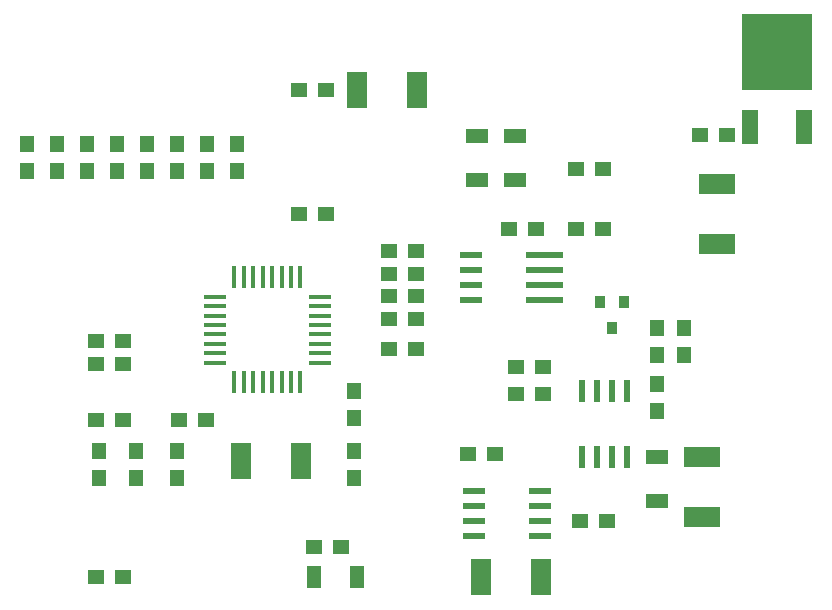
<source format=gbr>
%FSLAX23Y23*%
%MOIN*%
G04 EasyPC Gerber Version 14.0.2 Build 2922 *
%ADD145R,0.01200X0.07600*%
%ADD105R,0.02100X0.07600*%
%ADD148R,0.03600X0.04400*%
%ADD11R,0.05100X0.05600*%
%ADD147R,0.05100X0.07600*%
%ADD149R,0.05506X0.11411*%
%ADD107R,0.06600X0.12200*%
%ADD152R,0.23222X0.25191*%
%ADD146R,0.07600X0.01200*%
%ADD10R,0.07600X0.02100*%
%ADD12R,0.05600X0.05100*%
%ADD144R,0.07600X0.05100*%
%ADD106R,0.12200X0.06600*%
X0Y0D02*
D02*
D10*
X2544Y2903D03*
Y2953D03*
Y3003D03*
Y3053D03*
X2557Y2115D03*
Y2165D03*
Y2215D03*
Y2265D03*
X2764Y2903D03*
Y2953D03*
Y3003D03*
Y3053D03*
X2777Y2115D03*
Y2165D03*
Y2215D03*
Y2265D03*
X2817Y2903D03*
Y2953D03*
Y3003D03*
Y3053D03*
D02*
D11*
X1067Y3333D03*
Y3423D03*
X1167Y3333D03*
Y3423D03*
X1267Y3333D03*
Y3423D03*
X1304Y2308D03*
Y2398D03*
X1367Y3333D03*
Y3423D03*
X1429Y2308D03*
Y2398D03*
X1466Y3333D03*
Y3423D03*
X1566Y2308D03*
Y2398D03*
Y3333D03*
Y3423D03*
X1666Y3333D03*
Y3423D03*
X1766Y3333D03*
Y3423D03*
X2154Y2308D03*
Y2398D03*
Y2508D03*
Y2598D03*
X3167Y2533D03*
Y2623D03*
Y2720D03*
Y2810D03*
X3254Y2720D03*
Y2810D03*
D02*
D12*
X1297Y1978D03*
Y2503D03*
Y2690D03*
Y2765D03*
X1387Y1978D03*
Y2503D03*
Y2690D03*
Y2765D03*
X1572Y2503D03*
X1661D03*
X1972Y3190D03*
Y3603D03*
X2022Y2078D03*
X2062Y3190D03*
Y3603D03*
X2112Y2078D03*
X2272Y2740D03*
Y2840D03*
Y2915D03*
Y2990D03*
Y3065D03*
X2362Y2740D03*
Y2840D03*
Y2915D03*
Y2990D03*
Y3065D03*
X2534Y2390D03*
X2624D03*
X2672Y3140D03*
X2697Y2590D03*
Y2678D03*
X2762Y3140D03*
X2787Y2590D03*
Y2678D03*
X2897Y3140D03*
Y3340D03*
X2909Y2165D03*
X2987Y3140D03*
Y3340D03*
X2999Y2165D03*
X3309Y3453D03*
X3399D03*
D02*
D105*
X2917Y2380D03*
Y2600D03*
X2967Y2380D03*
Y2600D03*
X3017Y2380D03*
Y2600D03*
X3067Y2380D03*
Y2600D03*
D02*
D106*
X3317Y2178D03*
Y2378D03*
X3367Y3090D03*
Y3290D03*
D02*
D107*
X1779Y2365D03*
X1979D03*
X2167Y3603D03*
X2367D03*
X2579Y1978D03*
X2779D03*
D02*
D144*
X2567Y3303D03*
Y3449D03*
X2692Y3303D03*
Y3449D03*
X3167Y2232D03*
Y2378D03*
D02*
D145*
X1756Y2628D03*
Y2978D03*
X1788Y2628D03*
Y2978D03*
X1819Y2628D03*
Y2978D03*
X1851Y2628D03*
Y2978D03*
X1882Y2628D03*
Y2978D03*
X1914Y2628D03*
Y2978D03*
X1945Y2628D03*
Y2978D03*
X1977Y2628D03*
Y2978D03*
D02*
D146*
X1691Y2692D03*
Y2724D03*
Y2755D03*
Y2787D03*
Y2818D03*
Y2850D03*
Y2881D03*
Y2913D03*
X2041Y2692D03*
Y2724D03*
Y2755D03*
Y2787D03*
Y2818D03*
Y2850D03*
Y2881D03*
Y2913D03*
D02*
D147*
X2021Y1978D03*
X2167D03*
D02*
D148*
X2977Y2896D03*
X3017Y2809D03*
X3057Y2896D03*
D02*
D149*
X3477Y3478D03*
X3657D03*
D02*
D152*
X3567Y3728D03*
X0Y0D02*
M02*

</source>
